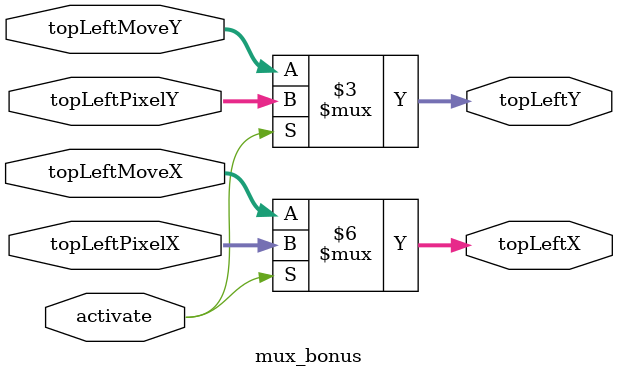
<source format=sv>


module mux_bonus
(
	input logic [10:0] topLeftPixelX,
	input logic [10:0] topLeftPixelY,
	input logic [10:0] topLeftMoveX,
	input logic [10:0] topLeftMoveY,
	input logic activate, // 1 in pre-start state
	
	output logic [10:0] topLeftX,
	output logic [10:0] topLeftY
  ) ;
  
  always_comb begin
	if (activate) begin
		topLeftX = topLeftPixelX;
		topLeftY = topLeftPixelY;
	end
	else begin
		topLeftX = topLeftMoveX;
		topLeftY = topLeftMoveY;
	end
  end
endmodule 
</source>
